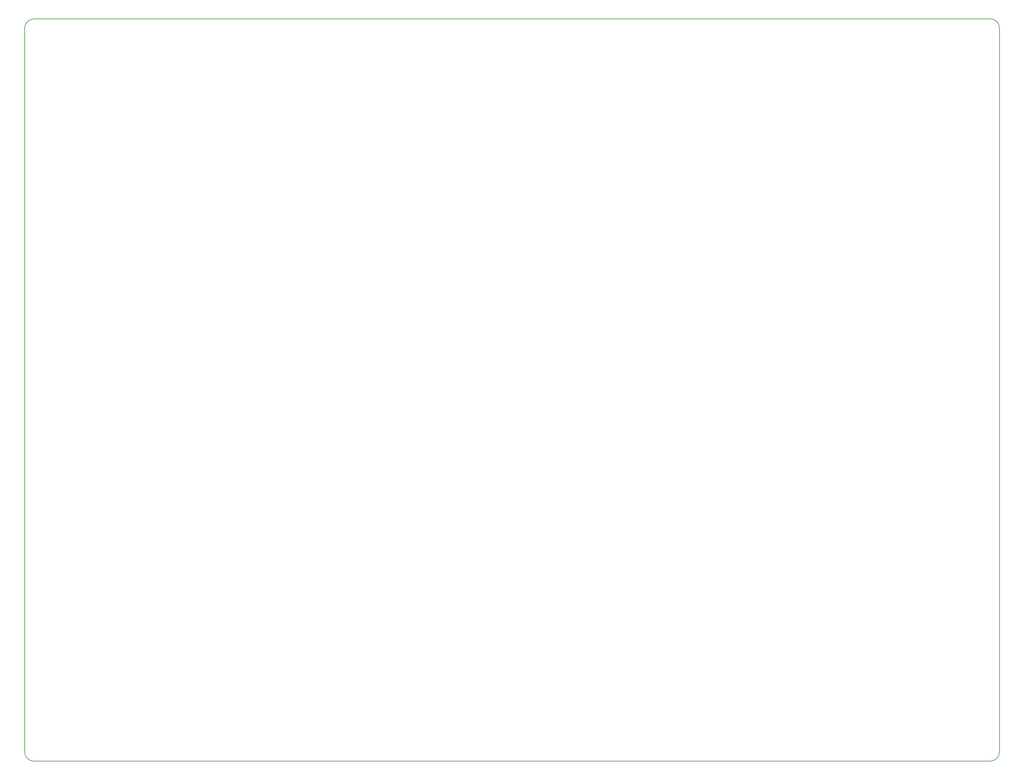
<source format=gbr>
G04 #@! TF.GenerationSoftware,KiCad,Pcbnew,(6.0.2)*
G04 #@! TF.CreationDate,2022-05-13T11:08:22-07:00*
G04 #@! TF.ProjectId,Radio-86RK,52616469-6f2d-4383-9652-4b2e6b696361,rev?*
G04 #@! TF.SameCoordinates,Original*
G04 #@! TF.FileFunction,Profile,NP*
%FSLAX46Y46*%
G04 Gerber Fmt 4.6, Leading zero omitted, Abs format (unit mm)*
G04 Created by KiCad (PCBNEW (6.0.2)) date 2022-05-13 11:08:22*
%MOMM*%
%LPD*%
G01*
G04 APERTURE LIST*
G04 #@! TA.AperFunction,Profile*
%ADD10C,0.150000*%
G04 #@! TD*
G04 APERTURE END LIST*
D10*
X8890000Y-6350000D02*
X270510000Y-6350000D01*
X273050000Y-8890000D02*
X273050000Y-207010000D01*
X270510000Y-209550000D02*
X8890000Y-209550000D01*
X6350000Y-207010000D02*
X6350000Y-8890000D01*
X8890000Y-6350000D02*
G75*
G03*
X6350000Y-8890000I1J-2540001D01*
G01*
X273050000Y-8890000D02*
G75*
G03*
X270510000Y-6350000I-2540001J-1D01*
G01*
X6350000Y-207010000D02*
G75*
G03*
X8890000Y-209550000I2540001J1D01*
G01*
X270510000Y-209550000D02*
G75*
G03*
X273050000Y-207010000I-1J2540001D01*
G01*
M02*

</source>
